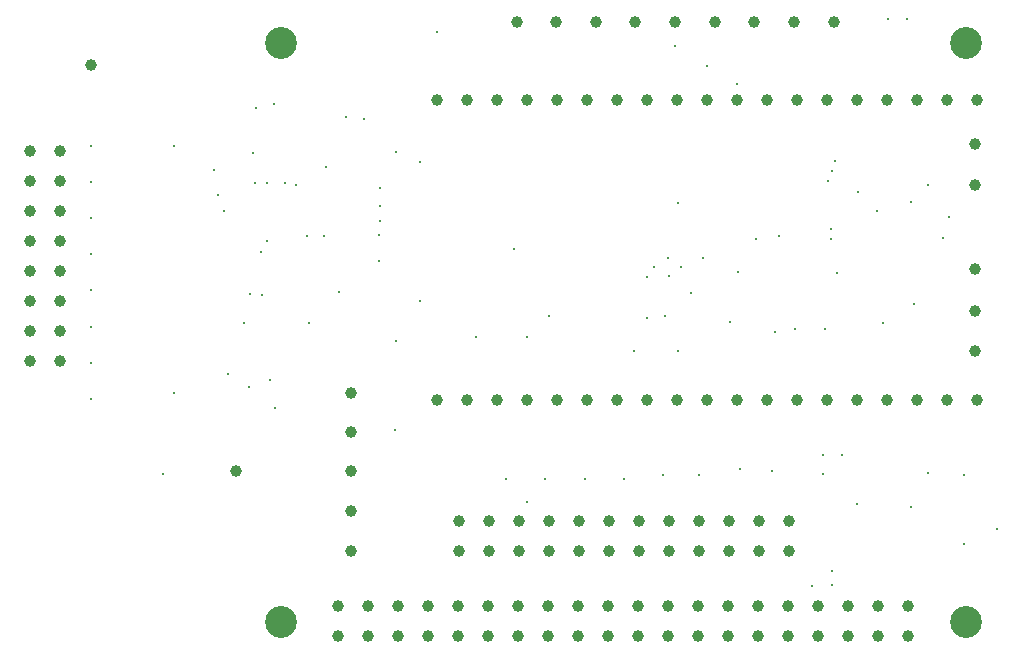
<source format=gbr>
%TF.GenerationSoftware,KiCad,Pcbnew,9.0.1-9.0.1-0~ubuntu24.04.1*%
%TF.CreationDate,2025-04-09T21:38:35-04:00*%
%TF.ProjectId,EEG SHIELD,45454720-5348-4494-954c-442e6b696361,B*%
%TF.SameCoordinates,Original*%
%TF.FileFunction,Plated,1,4,PTH,Drill*%
%TF.FilePolarity,Positive*%
%FSLAX46Y46*%
G04 Gerber Fmt 4.6, Leading zero omitted, Abs format (unit mm)*
G04 Created by KiCad (PCBNEW 9.0.1-9.0.1-0~ubuntu24.04.1) date 2025-04-09 21:38:35*
%MOMM*%
%LPD*%
G01*
G04 APERTURE LIST*
%TA.AperFunction,ViaDrill*%
%ADD10C,0.300000*%
%TD*%
%TA.AperFunction,ComponentDrill*%
%ADD11C,1.000000*%
%TD*%
%TA.AperFunction,ComponentDrill*%
%ADD12C,2.700000*%
%TD*%
G04 APERTURE END LIST*
D10*
X120320000Y-90230000D03*
X120320000Y-93280000D03*
X120320000Y-96330000D03*
X120320000Y-99390000D03*
X120320000Y-102450000D03*
X120320000Y-105520000D03*
X120320000Y-108590000D03*
X120320000Y-111650000D03*
X126400000Y-118000000D03*
X127380000Y-90240000D03*
X127380000Y-111130000D03*
X130760000Y-92270000D03*
X131110000Y-94350000D03*
X131570000Y-95710000D03*
X131920000Y-109530000D03*
X133290000Y-105240000D03*
X133690000Y-110630000D03*
X133800000Y-102790000D03*
X134040000Y-90840000D03*
X134260000Y-93330000D03*
X134330000Y-86990000D03*
X134710000Y-99200000D03*
X134810000Y-102850000D03*
X135230000Y-98300000D03*
X135240000Y-93370000D03*
X135480000Y-110040000D03*
X135870000Y-86680000D03*
X135910000Y-112420000D03*
X136790000Y-93360000D03*
X137660201Y-93494602D03*
X138590000Y-97850000D03*
X138799000Y-105200707D03*
X140110000Y-97830000D03*
X140270000Y-92020000D03*
X141320000Y-102580000D03*
X141900000Y-87800000D03*
X143470000Y-87930000D03*
X144720000Y-99950000D03*
X144750000Y-97750000D03*
X144780000Y-96540000D03*
X144789999Y-93800000D03*
X144790000Y-95330000D03*
X146060000Y-114280000D03*
X146135000Y-106705000D03*
X146180000Y-90740000D03*
X148180000Y-91540000D03*
X148180000Y-103350000D03*
X149620000Y-80540000D03*
X152938750Y-106440000D03*
X155470000Y-118390000D03*
X156190000Y-98950000D03*
X157230000Y-120360000D03*
X157238750Y-106440000D03*
X158780000Y-118440000D03*
X159120000Y-104630000D03*
X162150000Y-118400000D03*
X165450000Y-118400000D03*
X166340000Y-107620000D03*
X167420000Y-101280000D03*
X167420000Y-104790000D03*
X168040000Y-100490000D03*
X168740000Y-118090000D03*
X168950000Y-104650000D03*
X169160000Y-99680000D03*
X169304265Y-101274265D03*
X169800000Y-81780000D03*
X170000000Y-95080000D03*
X170010000Y-107620000D03*
X170280735Y-100489265D03*
X171120000Y-102660000D03*
X171860000Y-118110000D03*
X172120000Y-99679265D03*
X172500000Y-83470000D03*
X174460000Y-105170000D03*
X175040000Y-84980000D03*
X175100000Y-100910000D03*
X175310000Y-117590000D03*
X176620000Y-98120000D03*
X177970000Y-117730000D03*
X178290000Y-105970000D03*
X178560000Y-97820000D03*
X179930000Y-105680000D03*
X181390000Y-127520000D03*
X182320000Y-117990000D03*
X182330000Y-116430000D03*
X182470000Y-105680000D03*
X182770000Y-93170000D03*
X183030000Y-97250000D03*
X183030000Y-98080000D03*
X183040000Y-92380000D03*
X183080000Y-126170000D03*
X183080000Y-127420000D03*
X183350000Y-91490000D03*
X183530000Y-100990000D03*
X183960000Y-116410000D03*
X185230000Y-120550000D03*
X185280000Y-94130000D03*
X186850000Y-95700000D03*
X187360000Y-105230000D03*
X187810000Y-79460000D03*
X189390000Y-79450000D03*
X189760000Y-120810000D03*
X189770000Y-94990000D03*
X190020000Y-103630000D03*
X191170000Y-93490000D03*
X191170000Y-117902500D03*
X192500000Y-98040000D03*
X192970000Y-96260000D03*
X194230000Y-118080000D03*
X194280000Y-123960000D03*
X197010000Y-122630000D03*
D11*
%TO.C,J1*%
X115199000Y-90689999D03*
X115199000Y-93229999D03*
X115199000Y-95769999D03*
X115199000Y-98309999D03*
X115199000Y-100849999D03*
X115199000Y-103389999D03*
X115199000Y-105929999D03*
X115199000Y-108469999D03*
X117739000Y-90689999D03*
X117739000Y-93229999D03*
X117739000Y-95769999D03*
X117739000Y-98309999D03*
X117739000Y-100849999D03*
X117739000Y-103389999D03*
X117739000Y-105929999D03*
X117739000Y-108469999D03*
%TO.C,TP21*%
X120310000Y-83360000D03*
%TO.C,TP1*%
X132660000Y-117780000D03*
%TO.C,J2*%
X141280000Y-129210000D03*
X141280000Y-131750000D03*
%TO.C,TP14*%
X142360000Y-111140000D03*
%TO.C,TP15*%
X142360000Y-114440000D03*
%TO.C,TP16*%
X142360000Y-117780000D03*
%TO.C,TP17*%
X142360000Y-121110000D03*
%TO.C,TP19*%
X142360000Y-124480000D03*
%TO.C,J2*%
X143820000Y-129210000D03*
X143820000Y-131750000D03*
X146360000Y-129210000D03*
X146360000Y-131750000D03*
X148900000Y-129210000D03*
X148900000Y-131750000D03*
%TO.C,U1*%
X149630000Y-86350000D03*
X149630000Y-111750000D03*
%TO.C,J2*%
X151440000Y-129210000D03*
X151440000Y-131750000D03*
%TO.C,J3*%
X151500000Y-121970000D03*
X151500000Y-124510000D03*
%TO.C,U1*%
X152170000Y-86350000D03*
X152170000Y-111750000D03*
%TO.C,J2*%
X153980000Y-129210000D03*
X153980000Y-131750000D03*
%TO.C,J3*%
X154040000Y-121970000D03*
X154040000Y-124510000D03*
%TO.C,U1*%
X154710000Y-86350000D03*
X154710000Y-111750000D03*
%TO.C,TP25*%
X156370000Y-79700000D03*
%TO.C,J2*%
X156520000Y-129210000D03*
X156520000Y-131750000D03*
%TO.C,J3*%
X156580000Y-121970000D03*
X156580000Y-124510000D03*
%TO.C,U1*%
X157250000Y-86350000D03*
X157250000Y-111750000D03*
%TO.C,J2*%
X159060000Y-129210000D03*
X159060000Y-131750000D03*
%TO.C,J3*%
X159120000Y-121970000D03*
X159120000Y-124510000D03*
%TO.C,TP22*%
X159710000Y-79700000D03*
%TO.C,U1*%
X159790000Y-86350000D03*
X159790000Y-111750000D03*
%TO.C,J2*%
X161600000Y-129210000D03*
X161600000Y-131750000D03*
%TO.C,J3*%
X161660000Y-121970000D03*
X161660000Y-124510000D03*
%TO.C,U1*%
X162330000Y-86350000D03*
X162330000Y-111750000D03*
%TO.C,TP23*%
X163090000Y-79700000D03*
%TO.C,J2*%
X164140000Y-129210000D03*
X164140000Y-131750000D03*
%TO.C,J3*%
X164200000Y-121970000D03*
X164200000Y-124510000D03*
%TO.C,U1*%
X164870000Y-86350000D03*
X164870000Y-111750000D03*
%TO.C,TP24*%
X166440000Y-79700000D03*
%TO.C,J2*%
X166680000Y-129210000D03*
X166680000Y-131750000D03*
%TO.C,J3*%
X166740000Y-121970000D03*
X166740000Y-124510000D03*
%TO.C,U1*%
X167410000Y-86350000D03*
X167410000Y-111750000D03*
%TO.C,J2*%
X169220000Y-129210000D03*
X169220000Y-131750000D03*
%TO.C,J3*%
X169280000Y-121970000D03*
X169280000Y-124510000D03*
%TO.C,TP20*%
X169800000Y-79700000D03*
%TO.C,U1*%
X169950000Y-86350000D03*
X169950000Y-111750000D03*
%TO.C,J2*%
X171760000Y-129210000D03*
X171760000Y-131750000D03*
%TO.C,J3*%
X171820000Y-121970000D03*
X171820000Y-124510000D03*
%TO.C,U1*%
X172490000Y-86350000D03*
X172490000Y-111750000D03*
%TO.C,TP10*%
X173150000Y-79700000D03*
%TO.C,J2*%
X174300000Y-129210000D03*
X174300000Y-131750000D03*
%TO.C,J3*%
X174360000Y-121970000D03*
X174360000Y-124510000D03*
%TO.C,U1*%
X175030000Y-86350000D03*
X175030000Y-111750000D03*
%TO.C,TP11*%
X176500000Y-79700000D03*
%TO.C,J2*%
X176840000Y-129210000D03*
X176840000Y-131750000D03*
%TO.C,J3*%
X176900000Y-121970000D03*
X176900000Y-124510000D03*
%TO.C,U1*%
X177570000Y-86350000D03*
X177570000Y-111750000D03*
%TO.C,J2*%
X179380000Y-129210000D03*
X179380000Y-131750000D03*
%TO.C,J3*%
X179440000Y-121970000D03*
X179440000Y-124510000D03*
%TO.C,TP12*%
X179850000Y-79700000D03*
%TO.C,U1*%
X180110000Y-86350000D03*
X180110000Y-111750000D03*
%TO.C,J2*%
X181920000Y-129210000D03*
X181920000Y-131750000D03*
%TO.C,U1*%
X182650000Y-86350000D03*
X182650000Y-111750000D03*
%TO.C,TP13*%
X183210000Y-79700000D03*
%TO.C,J2*%
X184460000Y-129210000D03*
X184460000Y-131750000D03*
%TO.C,U1*%
X185190000Y-86350000D03*
X185190000Y-111750000D03*
%TO.C,J2*%
X187000000Y-129210000D03*
X187000000Y-131750000D03*
%TO.C,U1*%
X187730000Y-86350000D03*
X187730000Y-111750000D03*
%TO.C,J2*%
X189540000Y-129210000D03*
X189540000Y-131750000D03*
%TO.C,U1*%
X190270000Y-86350000D03*
X190270000Y-111750000D03*
X192810000Y-86350000D03*
X192810000Y-111750000D03*
%TO.C,TP4*%
X195180000Y-90080000D03*
%TO.C,TP3*%
X195180000Y-93490000D03*
%TO.C,TP2*%
X195180000Y-100680000D03*
%TO.C,TP5*%
X195180000Y-104220000D03*
%TO.C,TP18*%
X195180000Y-107590000D03*
%TO.C,U1*%
X195350000Y-86350000D03*
X195350000Y-111750000D03*
D12*
%TO.C,H1*%
X136440000Y-81500000D03*
%TO.C,H3*%
X136440000Y-130500000D03*
%TO.C,H2*%
X194440000Y-81500000D03*
%TO.C,H4*%
X194440000Y-130500000D03*
M02*

</source>
